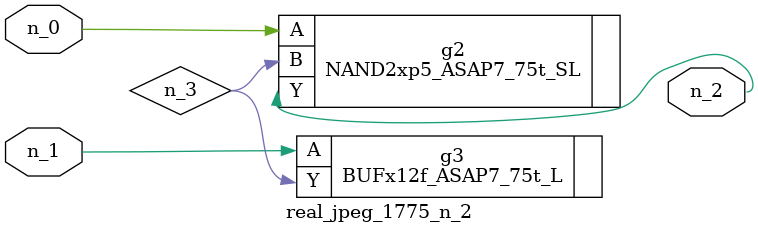
<source format=v>
module real_jpeg_1775_n_2 (n_1, n_0, n_2);

input n_1;
input n_0;

output n_2;

wire n_3;

NAND2xp5_ASAP7_75t_SL g2 ( 
.A(n_0),
.B(n_3),
.Y(n_2)
);

BUFx12f_ASAP7_75t_L g3 ( 
.A(n_1),
.Y(n_3)
);


endmodule
</source>
